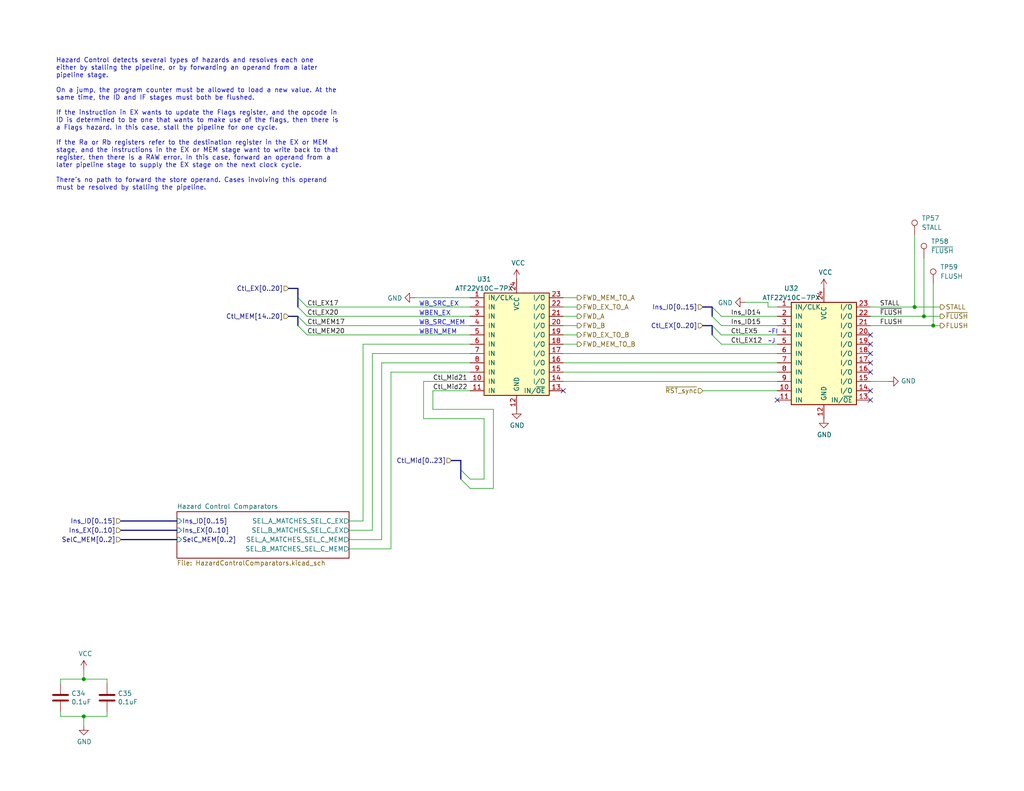
<source format=kicad_sch>
(kicad_sch (version 20250114) (generator "eeschema") (generator_version "9.0")
  (paper "USLetter")
  (title_block (title "Hazard Control") (date "2025-07-01") (rev "A") (comment 2 "control operand forwarding.") (comment 3 "This may stall the pipeline on a hazard. For RAW hazards, it produces signals to") (comment 4 "Control logic for dealing with pipeline hazards"))
  (lib_symbols
    (symbol "Connector:TestPoint" (pin_numbers (hide yes)) (pin_names (offset 0.762) (hide yes))
      (property "Reference" "TP" (at 0 6.858 0))
      (property "Value" "TestPoint" (at 0 5.08 0))
      (symbol "TestPoint_0_1"
        (circle (center 0 3.302) (radius 0.762))
      )
      (symbol "TestPoint_1_1"
        (pin passive line (at 0 0 90) (length 2.54) (name "1") (number "1"))
      )
    )
    (symbol "Device:C" (pin_numbers (hide yes)) (pin_names (offset 0.254))
      (property "Reference" "C" (at 0.635 2.54 0))
      (property "Value" "C" (at 0.635 -2.54 0))
      (symbol "C_0_1"
        (polyline (pts (xy -2.032 0.762) (xy 2.032 0.762)) (stroke (width 0.508)))
        (polyline (pts (xy -2.032 -0.762) (xy 2.032 -0.762)) (stroke (width 0.508)))
      )
      (symbol "C_1_1"
        (pin passive line (at 0 3.81 270) (length 2.794) (name "~") (number "1"))
        (pin passive line (at 0 -3.81 90) (length 2.794) (name "~") (number "2"))
      )
    )
    (symbol "Turtle16:ATF22V10C" (pin_names (offset 1.016))
      (symbol "ATF22V10C_1_1"
        (rectangle (start -8.89 -15.24) (end 8.89 12.7) (stroke (width 0.254)) (fill (type background)))
        (pin input line (at -12.7 11.43 0) (length 3.81) (name "IN/CLK") (number "1"))
        (pin input line (at -12.7 8.89 0) (length 3.81) (name "IN") (number "2"))
        (pin input line (at -12.7 6.35 0) (length 3.81) (name "IN") (number "3"))
        (pin input line (at -12.7 3.81 0) (length 3.81) (name "IN") (number "4"))
        (pin input line (at -12.7 1.27 0) (length 3.81) (name "IN") (number "5"))
        (pin input line (at -12.7 -1.27 0) (length 3.81) (name "IN") (number "6"))
        (pin input line (at -12.7 -3.81 0) (length 3.81) (name "IN") (number "7"))
        (pin input line (at -12.7 -6.35 0) (length 3.81) (name "IN") (number "8"))
        (pin input line (at -12.7 -8.89 0) (length 3.81) (name "IN") (number "9"))
        (pin input line (at -12.7 -11.43 0) (length 3.81) (name "IN") (number "10"))
        (pin input line (at -12.7 -13.97 0) (length 3.81) (name "IN") (number "11"))
        (pin power_in line (at 0 16.51 270) (length 3.81) (name "VCC") (number "24"))
        (pin power_in line (at 0 -19.05 90) (length 3.81) (name "GND") (number "12"))
        (pin passive line (at 12.7 11.43 180) (length 3.81) (name "I/O") (number "23"))
        (pin passive line (at 12.7 8.89 180) (length 3.81) (name "I/O") (number "22"))
        (pin passive line (at 12.7 6.35 180) (length 3.81) (name "I/O") (number "21"))
        (pin passive line (at 12.7 3.81 180) (length 3.81) (name "I/O") (number "20"))
        (pin passive line (at 12.7 1.27 180) (length 3.81) (name "I/O") (number "19"))
        (pin passive line (at 12.7 -1.27 180) (length 3.81) (name "I/O") (number "18"))
        (pin passive line (at 12.7 -3.81 180) (length 3.81) (name "I/O") (number "17"))
        (pin passive line (at 12.7 -6.35 180) (length 3.81) (name "I/O") (number "16"))
        (pin passive line (at 12.7 -8.89 180) (length 3.81) (name "I/O") (number "15"))
        (pin passive line (at 12.7 -11.43 180) (length 3.81) (name "I/O") (number "14"))
        (pin input line (at 12.7 -13.97 180) (length 3.81) (name "IN/~{OE}") (number "13"))
      )
    )
    (symbol "power:GND" (power) (pin_numbers (hide yes)) (pin_names (offset 0) (hide yes))
      (property "Value" "GND" (at 0 -3.81 0))
      (symbol "GND_0_1"
        (polyline (pts (xy 0 0) (xy 0 -1.27) (xy 1.27 -1.27) (xy 0 -2.54) (xy -1.27 -1.27) (xy 0 -1.27)))
      )
      (symbol "GND_1_1"
        (pin power_in line (at 0 0 270) (length 0) (name "~") (number "1"))
      )
    )
    (symbol "power:VCC" (power) (pin_numbers (hide yes)) (pin_names (offset 0) (hide yes))
      (property "Value" "VCC" (at 0 3.556 0))
      (symbol "VCC_0_1"
        (polyline (pts (xy -0.762 1.27) (xy 0 2.54)))
        (polyline (pts (xy 0 2.54) (xy 0.762 1.27)))
        (polyline (pts (xy 0 0) (xy 0 2.54)))
      )
      (symbol "VCC_1_1"
        (pin power_in line (at 0 0 90) (length 0) (name "~") (number "1"))
      )
    )
  )
  (text "Hazard Control detects several types of hazards and resolves each one\neither by stalling the pipeline, or by forwarding an operand from a later\npipeline stage.\n\nOn a jump, the program counter must be allowed to load a new value. At the\nsame time, the ID and IF stages must both be flushed.\n\nIf the instruction in EX wants to update the Flags register, and the opcode in\nID is determined to be one that wants to make use of the flags, then there is\na Flags hazard. In this case, stall the pipeline for one cycle.\n\nIf the Ra or Rb registers refer to the destination register in the EX or MEM\nstage, and the instructions in the EX or MEM stage want to write back to that\nregister, then there is a RAW error. In this case, forward an operand from a\nlater pipeline stage to supply the EX stage on the next clock cycle.\n\nThere’s no path to forward the store operand. Cases involving this operand\nmust be resolved by stalling the pipeline." (at 15.24 52.07 0) (effects (font (size 1.27 1.27)) (justify left bottom)))
  (text "WBEN_EX" (at 114.3 86.36 0) (effects (font (size 1.27 1.27)) (justify left bottom)))
  (text "WBEN_MEM" (at 114.3 91.44 0) (effects (font (size 1.27 1.27)) (justify left bottom)))
  (text "WB_SRC_EX" (at 114.3 83.82 0) (effects (font (size 1.27 1.27)) (justify left bottom)))
  (text "~J" (at 209.55 93.98 0) (effects (font (size 1.27 1.27)) (justify left bottom)))
  (text "~FI" (at 209.55 91.44 0) (effects (font (size 1.27 1.27)) (justify left bottom)))
  (text "WB_SRC_MEM" (at 114.3 88.9 0) (effects (font (size 1.27 1.27)) (justify left bottom)))
  (junction (at 22.86 185.42))
  (junction (at 249.555 83.82))
  (junction (at 252.095 86.36))
  (junction (at 254.635 88.9))
  (junction (at 22.86 195.58))
  (no_connect (at 212.09 109.22))
  (no_connect (at 237.49 109.22))
  (no_connect (at 237.49 93.98))
  (no_connect (at 237.49 91.44))
  (no_connect (at 237.49 106.68))
  (no_connect (at 237.49 99.06))
  (no_connect (at 237.49 101.6))
  (no_connect (at 153.67 106.68))
  (no_connect (at 237.49 96.52))
  (bus_entry (at 128.27 130.81) (size -2.54 -2.54))
  (bus_entry (at 196.85 86.36) (size -2.54 -2.54))
  (bus_entry (at 83.82 83.82) (size -2.54 -2.54))
  (bus_entry (at 194.31 88.9) (size 2.54 2.54))
  (bus_entry (at 81.28 83.82) (size 2.54 2.54))
  (bus_entry (at 194.31 91.44) (size 2.54 2.54))
  (bus_entry (at 83.82 91.44) (size -2.54 -2.54))
  (bus_entry (at 83.82 88.9) (size -2.54 -2.54))
  (bus_entry (at 128.27 133.35) (size -2.54 -2.54))
  (bus_entry (at 196.85 88.9) (size -2.54 -2.54))
  (wire (pts (xy 157.48 88.9) (xy 153.67 88.9)))
  (wire (pts (xy 212.09 99.06) (xy 153.67 99.06)))
  (wire (pts (xy 134.62 133.35) (xy 128.27 133.35)))
  (wire (pts (xy 16.51 185.42) (xy 22.86 185.42)))
  (wire (pts (xy 254.635 88.9) (xy 256.54 88.9)))
  (wire (pts (xy 118.11 111.76) (xy 134.62 111.76)))
  (wire (pts (xy 118.11 106.68) (xy 128.27 106.68)))
  (wire (pts (xy 115.57 114.3) (xy 115.57 104.14)))
  (wire (pts (xy 237.49 104.14) (xy 242.57 104.14)))
  (bus (pts (xy 78.74 86.36) (xy 81.28 86.36)))
  (wire (pts (xy 128.27 99.06) (xy 104.14 99.06)))
  (wire (pts (xy 83.82 91.44) (xy 128.27 91.44)))
  (wire (pts (xy 153.67 96.52) (xy 212.09 96.52)))
  (wire (pts (xy 191.77 106.68) (xy 212.09 106.68)))
  (wire (pts (xy 128.27 101.6) (xy 106.68 101.6)))
  (bus (pts (xy 191.77 88.9) (xy 194.31 88.9)))
  (bus (pts (xy 81.28 81.28) (xy 81.28 83.82)))
  (wire (pts (xy 196.85 93.98) (xy 212.09 93.98)))
  (bus (pts (xy 81.28 86.36) (xy 81.28 88.9)))
  (wire (pts (xy 134.62 111.76) (xy 134.62 133.35)))
  (wire (pts (xy 132.08 114.3) (xy 115.57 114.3)))
  (wire (pts (xy 29.21 185.42) (xy 29.21 186.69)))
  (wire (pts (xy 99.06 142.24) (xy 95.25 142.24)))
  (wire (pts (xy 99.06 93.98) (xy 99.06 142.24)))
  (wire (pts (xy 252.095 86.36) (xy 256.54 86.36)))
  (wire (pts (xy 106.68 101.6) (xy 106.68 149.86)))
  (wire (pts (xy 254.635 77.47) (xy 254.635 88.9)))
  (bus (pts (xy 81.28 78.74) (xy 81.28 81.28)))
  (wire (pts (xy 157.48 83.82) (xy 153.67 83.82)))
  (wire (pts (xy 115.57 104.14) (xy 128.27 104.14)))
  (wire (pts (xy 22.86 198.12) (xy 22.86 195.58)))
  (wire (pts (xy 104.14 147.32) (xy 95.25 147.32)))
  (wire (pts (xy 128.27 81.28) (xy 113.03 81.28)))
  (wire (pts (xy 153.67 101.6) (xy 212.09 101.6)))
  (wire (pts (xy 22.86 195.58) (xy 29.21 195.58)))
  (wire (pts (xy 16.51 186.69) (xy 16.51 185.42)))
  (wire (pts (xy 249.555 64.135) (xy 249.555 83.82)))
  (wire (pts (xy 132.08 130.81) (xy 132.08 114.3)))
  (wire (pts (xy 29.21 195.58) (xy 29.21 194.31)))
  (bus (pts (xy 123.19 125.73) (xy 125.73 125.73)))
  (wire (pts (xy 237.49 83.82) (xy 249.555 83.82)))
  (bus (pts (xy 191.77 83.82) (xy 194.31 83.82)))
  (wire (pts (xy 209.55 82.55) (xy 209.55 83.82)))
  (wire (pts (xy 83.82 86.36) (xy 128.27 86.36)))
  (bus (pts (xy 78.74 78.74) (xy 81.28 78.74)))
  (bus (pts (xy 194.31 88.9) (xy 194.31 91.44)))
  (wire (pts (xy 128.27 96.52) (xy 101.6 96.52)))
  (wire (pts (xy 153.67 91.44) (xy 157.48 91.44)))
  (bus (pts (xy 125.73 125.73) (xy 125.73 128.27)))
  (bus (pts (xy 33.02 147.32) (xy 48.26 147.32)))
  (wire (pts (xy 22.86 185.42) (xy 29.21 185.42)))
  (wire (pts (xy 83.82 88.9) (xy 128.27 88.9)))
  (wire (pts (xy 118.11 106.68) (xy 118.11 111.76)))
  (wire (pts (xy 203.2 82.55) (xy 209.55 82.55)))
  (wire (pts (xy 237.49 86.36) (xy 252.095 86.36)))
  (wire (pts (xy 128.27 93.98) (xy 99.06 93.98)))
  (wire (pts (xy 128.27 130.81) (xy 132.08 130.81)))
  (wire (pts (xy 83.82 83.82) (xy 128.27 83.82)))
  (bus (pts (xy 48.26 142.24) (xy 33.02 142.24)))
  (bus (pts (xy 48.26 144.78) (xy 33.02 144.78)))
  (wire (pts (xy 209.55 83.82) (xy 212.09 83.82)))
  (wire (pts (xy 249.555 83.82) (xy 256.54 83.82)))
  (wire (pts (xy 153.67 86.36) (xy 157.48 86.36)))
  (wire (pts (xy 237.49 88.9) (xy 254.635 88.9)))
  (wire (pts (xy 196.85 88.9) (xy 212.09 88.9)))
  (bus (pts (xy 125.73 128.27) (xy 125.73 130.81)))
  (wire (pts (xy 106.68 149.86) (xy 95.25 149.86)))
  (wire (pts (xy 22.86 182.88) (xy 22.86 185.42)))
  (wire (pts (xy 101.6 96.52) (xy 101.6 144.78)))
  (wire (pts (xy 101.6 144.78) (xy 95.25 144.78)))
  (wire (pts (xy 104.14 99.06) (xy 104.14 147.32)))
  (wire (pts (xy 212.09 91.44) (xy 196.85 91.44)))
  (wire (pts (xy 212.09 104.14) (xy 153.67 104.14)))
  (wire (pts (xy 196.85 86.36) (xy 212.09 86.36)))
  (wire (pts (xy 16.51 195.58) (xy 22.86 195.58)))
  (wire (pts (xy 157.48 93.98) (xy 153.67 93.98)))
  (bus (pts (xy 194.31 83.82) (xy 194.31 86.36)))
  (wire (pts (xy 153.67 81.28) (xy 157.48 81.28)))
  (wire (pts (xy 252.095 70.485) (xy 252.095 86.36)))
  (wire (pts (xy 16.51 194.31) (xy 16.51 195.58)))
  (label "Ins_ID14" (at 199.39 86.36 0))
  (label "Ctl_MEM20" (at 83.82 91.44 0))
  (label "Ins_ID15" (at 199.39 88.9 0))
  (label "Ctl_Mid21" (at 118.11 104.14 0))
  (label "FLUSH" (at 240.03 88.9 0))
  (label "Ctl_EX12" (at 199.39 93.98 0))
  (label "~{FLUSH}" (at 240.03 86.36 0))
  (label "Ctl_EX5" (at 199.39 91.44 0))
  (label "Ctl_MEM17" (at 83.82 88.9 0))
  (label "STALL" (at 240.03 83.82 0))
  (label "Ctl_EX17" (at 83.82 83.82 0))
  (label "Ctl_Mid22" (at 118.11 106.68 0))
  (label "Ctl_EX20" (at 83.82 86.36 0))
  (hierarchical_label "~{RST_sync}" (shape input) (at 191.77 106.68 180))
  (hierarchical_label "FWD_EX_TO_A" (shape output) (at 157.48 83.82 0))
  (hierarchical_label "FWD_MEM_TO_A" (shape output) (at 157.48 81.28 0))
  (hierarchical_label "FWD_B" (shape output) (at 157.48 88.9 0))
  (hierarchical_label "Ins_ID[0..15]" (shape input) (at 191.77 83.82 180))
  (hierarchical_label "SelC_MEM[0..2]" (shape input) (at 33.02 147.32 180))
  (hierarchical_label "Ctl_EX[0..20]" (shape input) (at 191.77 88.9 180))
  (hierarchical_label "FWD_MEM_TO_B" (shape output) (at 157.48 93.98 0))
  (hierarchical_label "Ctl_Mid[0..23]" (shape input) (at 123.19 125.73 180))
  (hierarchical_label "STALL" (shape output) (at 256.54 83.82 0))
  (hierarchical_label "Ctl_EX[0..20]" (shape input) (at 78.74 78.74 180))
  (hierarchical_label "FLUSH" (shape output) (at 256.54 88.9 0))
  (hierarchical_label "~{FLUSH}" (shape output) (at 256.54 86.36 0))
  (hierarchical_label "Ctl_MEM[14..20]" (shape input) (at 78.74 86.36 180))
  (hierarchical_label "FWD_EX_TO_B" (shape output) (at 157.48 91.44 0))
  (hierarchical_label "Ins_EX[0..10]" (shape input) (at 33.02 144.78 180))
  (hierarchical_label "FWD_A" (shape output) (at 157.48 86.36 0))
  (hierarchical_label "Ins_ID[0..15]" (shape input) (at 33.02 142.24 180))
  (symbol (lib_id "power:VCC") (at 140.97 76.2 0) (unit 1)
    (property "Reference" "#PWR0115" (effects (hide yes)))
    (property "Value" "VCC" (at 141.4018 71.8058 0))
    (property "Description" "Power symbol creates a global label with name \"VCC\"" (effects (hide yes)))
    (instances (project "MainBoard" (path "" (reference "#PWR0239") (unit 1))) (project "ControlModule" (path "" (reference "#PWR0115") (unit 1))))
  )
  (symbol (lib_id "power:GND") (at 140.97 111.76 0) (unit 1)
    (property "Reference" "#PWR0117" (effects (hide yes)))
    (property "Value" "GND" (at 141.097 116.1542 0))
    (property "Description" "Power symbol creates a global label with name \"GND\" , ground" (effects (hide yes)))
    (instances (project "MainBoard" (path "" (reference "#PWR0240") (unit 1))) (project "ControlModule" (path "" (reference "#PWR0117") (unit 1))))
  )
  (symbol (lib_id "Turtle16:ATF22V10C") (at 140.97 92.71 0) (unit 1)
    (property "Reference" "U4" (at 132.08 76.2 0))
    (property "Value" "ATF22V10C-7PX" (at 132.08 78.74 0))
    (property "Footprint" "Package_DIP:DIP-24_W7.62mm_Socket" (effects (hide yes)))
    (property "Datasheet" "https://www.mouser.com/datasheet/2/268/doc0735-1369018.pdf" (effects (hide yes)))
    (property "Manufacturer" "Microchip Technology" (effects (hide yes)))
    (property "Manufacturer#" "ATF22V10C-7PX" (effects (hide yes)))
    (property "Mouser#" "556-AF22V10C7PX" (effects (hide yes)))
    (property "Digikey#" "ATF22V10C-7PX-ND" (effects (hide yes)))
    (instances (project "MainBoard" (path "" (reference "U31") (unit 1))) (project "ControlModule" (path "" (reference "U4") (unit 1))))
  )
  (symbol (lib_id "Device:C") (at 16.51 190.5 0) (unit 1)
    (property "Reference" "C4" (at 19.431 189.3316 0) (effects (justify left)))
    (property "Value" "0.1uF" (at 19.431 191.643 0) (effects (justify left)))
    (property "Footprint" "Capacitor_SMD:C_0603_1608Metric" (effects (hide yes)))
    (property "Datasheet" "https://www.mouser.com/datasheet/2/396/taiyo_yuden_12132018_mlcc11_hq_e-1510082.pdf" (effects (hide yes)))
    (property "Manufacturer" "Taiyo Yuden" (effects (hide yes)))
    (property "Manufacturer#" "EMK107B7104KAHT" (effects (hide yes)))
    (property "Mouser#" "963-EMK107B7104KAHT" (effects (hide yes)))
    (property "Digikey#" "587-6004-1-ND" (effects (hide yes)))
    (instances (project "MainBoard" (path "" (reference "C34") (unit 1))) (project "ControlModule" (path "" (reference "C4") (unit 1))))
  )
  (symbol (lib_id "power:VCC") (at 22.86 182.88 0) (unit 1)
    (property "Reference" "#PWR0120" (effects (hide yes)))
    (property "Value" "VCC" (at 23.2918 178.4858 0))
    (property "Description" "Power symbol creates a global label with name \"VCC\"" (effects (hide yes)))
    (instances (project "MainBoard" (path "" (reference "#PWR0236") (unit 1))) (project "ControlModule" (path "" (reference "#PWR0120") (unit 1))))
  )
  (symbol (lib_id "power:GND") (at 22.86 198.12 0) (unit 1)
    (property "Reference" "#PWR0119" (effects (hide yes)))
    (property "Value" "GND" (at 22.987 202.5142 0))
    (property "Description" "Power symbol creates a global label with name \"GND\" , ground" (effects (hide yes)))
    (instances (project "MainBoard" (path "" (reference "#PWR0237") (unit 1))) (project "ControlModule" (path "" (reference "#PWR0119") (unit 1))))
  )
  (symbol (lib_id "Device:C") (at 29.21 190.5 0) (unit 1)
    (property "Reference" "C5" (at 32.131 189.3316 0) (effects (justify left)))
    (property "Value" "0.1uF" (at 32.131 191.643 0) (effects (justify left)))
    (property "Footprint" "Capacitor_SMD:C_0603_1608Metric" (effects (hide yes)))
    (property "Datasheet" "https://www.mouser.com/datasheet/2/396/taiyo_yuden_12132018_mlcc11_hq_e-1510082.pdf" (effects (hide yes)))
    (property "Manufacturer" "Taiyo Yuden" (effects (hide yes)))
    (property "Manufacturer#" "EMK107B7104KAHT" (effects (hide yes)))
    (property "Mouser#" "963-EMK107B7104KAHT" (effects (hide yes)))
    (property "Digikey#" "587-6004-1-ND" (effects (hide yes)))
    (instances (project "MainBoard" (path "" (reference "C35") (unit 1))) (project "ControlModule" (path "" (reference "C5") (unit 1))))
  )
  (symbol (lib_id "power:GND") (at 242.57 104.14 90) (unit 1)
    (property "Reference" "#PWR0122" (effects (hide yes)))
    (property "Value" "GND" (at 245.8212 104.013 90) (effects (justify right)))
    (property "Description" "Power symbol creates a global label with name \"GND\" , ground" (effects (hide yes)))
    (instances (project "MainBoard" (path "" (reference "#PWR0244") (unit 1))) (project "ControlModule" (path "" (reference "#PWR0122") (unit 1))))
  )
  (symbol (lib_id "power:GND") (at 203.2 82.55 270) (unit 1)
    (property "Reference" "#PWR0116" (effects (hide yes)))
    (property "Value" "GND" (at 199.9488 82.677 90) (effects (justify right)))
    (property "Description" "Power symbol creates a global label with name \"GND\" , ground" (effects (hide yes)))
    (instances (project "MainBoard" (path "" (reference "#PWR0241") (unit 1))) (project "ControlModule" (path "" (reference "#PWR0116") (unit 1))))
  )
  (symbol (lib_id "power:GND") (at 113.03 81.28 270) (unit 1)
    (property "Reference" "#PWR0118" (effects (hide yes)))
    (property "Value" "GND" (at 109.7788 81.407 90) (effects (justify right)))
    (property "Description" "Power symbol creates a global label with name \"GND\" , ground" (effects (hide yes)))
    (instances (project "MainBoard" (path "" (reference "#PWR0238") (unit 1))) (project "ControlModule" (path "" (reference "#PWR0118") (unit 1))))
  )
  (symbol (lib_id "Turtle16:ATF22V10C") (at 224.79 95.25 0) (unit 1)
    (property "Reference" "U5" (at 215.9 78.74 0))
    (property "Value" "ATF22V10C-7PX" (at 215.9 81.28 0))
    (property "Footprint" "Package_DIP:DIP-24_W7.62mm_Socket" (effects (hide yes)))
    (property "Datasheet" "https://www.mouser.com/datasheet/2/268/doc0735-1369018.pdf" (effects (hide yes)))
    (property "Manufacturer" "Microchip Technology" (effects (hide yes)))
    (property "Manufacturer#" "ATF22V10C-7PX" (effects (hide yes)))
    (property "Mouser#" "556-AF22V10C7PX" (effects (hide yes)))
    (property "Digikey#" "ATF22V10C-7PX-ND" (effects (hide yes)))
    (instances (project "MainBoard" (path "" (reference "U32") (unit 1))) (project "ControlModule" (path "" (reference "U5") (unit 1))))
  )
  (symbol (lib_id "power:VCC") (at 224.79 78.74 0) (unit 1)
    (property "Reference" "#PWR0121" (effects (hide yes)))
    (property "Value" "VCC" (at 225.2218 74.3458 0))
    (property "Description" "Power symbol creates a global label with name \"VCC\"" (effects (hide yes)))
    (instances (project "MainBoard" (path "" (reference "#PWR0242") (unit 1))) (project "ControlModule" (path "" (reference "#PWR0121") (unit 1))))
  )
  (symbol (lib_id "power:GND") (at 224.79 114.3 0) (unit 1)
    (property "Reference" "#PWR0123" (effects (hide yes)))
    (property "Value" "GND" (at 224.917 118.6942 0))
    (property "Description" "Power symbol creates a global label with name \"GND\" , ground" (effects (hide yes)))
    (instances (project "MainBoard" (path "" (reference "#PWR0243") (unit 1))) (project "ControlModule" (path "" (reference "#PWR0123") (unit 1))))
  )
  (symbol (lib_id "Connector:TestPoint") (at 254.635 77.47 0) (unit 1) (in_bom no)
    (property "Reference" "TP27" (at 256.54 72.8979 0) (effects (justify left)))
    (property "Value" "FLUSH" (at 256.54 75.4379 0) (effects (justify left)))
    (property "Footprint" "TestPoint:TestPoint_Pad_D1.0mm" (effects (hide yes)))
    (instances (project "MainBoard" (path "" (reference "TP59") (unit 1))) (project "ControlModule" (path "" (reference "TP27") (unit 1))))
  )
  (symbol (lib_id "Connector:TestPoint") (at 252.095 70.485 0) (unit 1) (in_bom no)
    (property "Reference" "TP26" (at 254 65.9129 0) (effects (justify left)))
    (property "Value" "~{FLUSH}" (at 254 68.4529 0) (effects (justify left)))
    (property "Footprint" "TestPoint:TestPoint_Pad_D1.0mm" (effects (hide yes)))
    (instances (project "MainBoard" (path "" (reference "TP58") (unit 1))) (project "ControlModule" (path "" (reference "TP26") (unit 1))))
  )
  (symbol (lib_id "Connector:TestPoint") (at 249.555 64.135 0) (unit 1) (in_bom no)
    (property "Reference" "TP25" (at 251.46 59.5629 0) (effects (justify left)))
    (property "Value" "STALL" (at 251.46 62.1029 0) (effects (justify left)))
    (property "Footprint" "TestPoint:TestPoint_Pad_D1.0mm" (effects (hide yes)))
    (instances (project "MainBoard" (path "" (reference "TP57") (unit 1))) (project "ControlModule" (path "" (reference "TP25") (unit 1))))
  )
  (sheet (at 48.26 139.7) (size 46.99 12.7)
    (property "Sheetname" "Hazard Control Comparators" (at 48.26 138.9884 0) (effects (justify left bottom)))
    (property "Sheetfile" "HazardControlComparators.kicad_sch" (at 48.26 152.9846 0) (effects (justify left top)))
    (pin "Ins_ID[0..15]" input (at 48.26 142.24 180))
    (pin "Ins_EX[0..10]" input (at 48.26 144.78 180))
    (pin "SelC_MEM[0..2]" input (at 48.26 147.32 180))
    (pin "SEL_A_MATCHES_SEL_C_EX" output (at 95.25 142.24 0))
    (pin "SEL_B_MATCHES_SEL_C_EX" output (at 95.25 144.78 0))
    (pin "SEL_A_MATCHES_SEL_C_MEM" output (at 95.25 147.32 0))
    (pin "SEL_B_MATCHES_SEL_C_MEM" output (at 95.25 149.86 0))
  )
)
</source>
